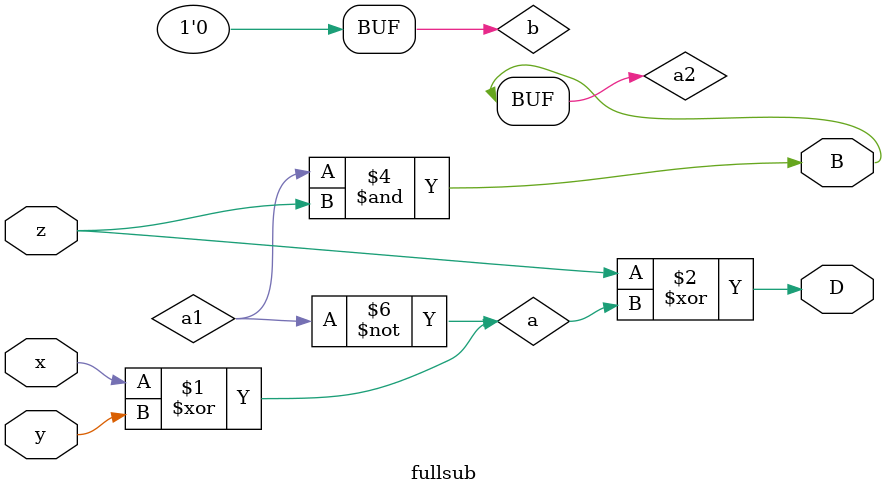
<source format=v>
module fullsub (
    input x, y, z,         
    output D, B);

  wire a, a1, a2, b, x1;  
  
  xor xor1(a, x, y);       
  xor xor2(D, z, a);       
  
  not not1(a, a1);          
  not not2(x1, y);        
  and and1(b, x1, y);      
  and and2(a2, a1, z);    
  
  or or1(B, a2, b);        

endmodule

</source>
